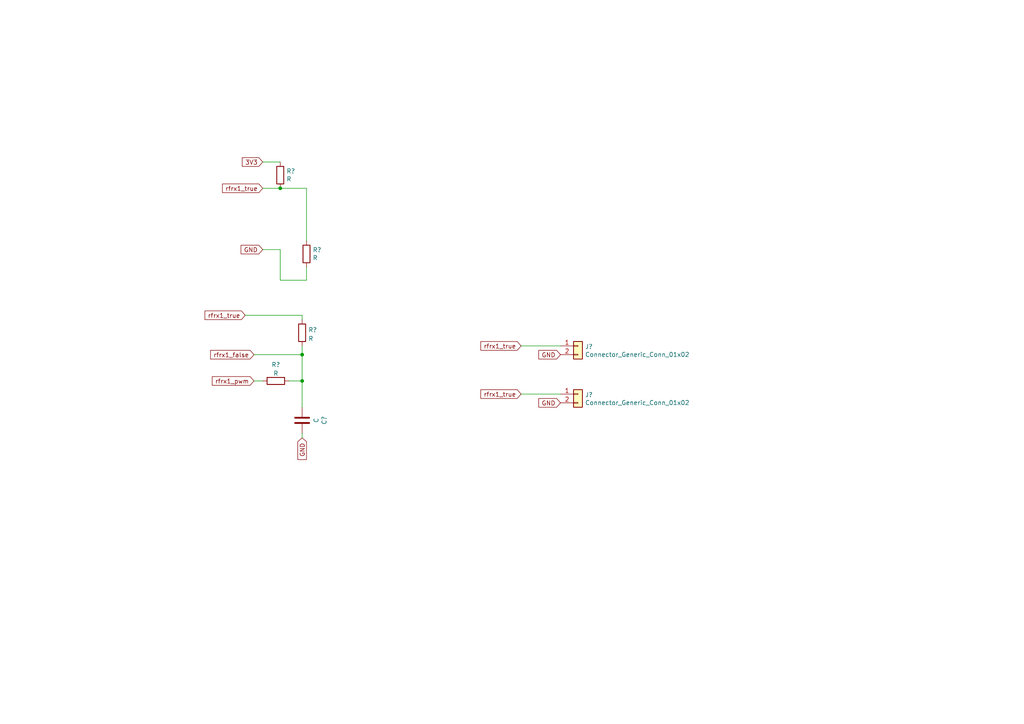
<source format=kicad_sch>
(kicad_sch (version 20211123) (generator eeschema)
  (paper "A4")
  (lib_symbols
    (symbol "Device:C" (pin_numbers hide) (pin_names (offset 0.254))
      (property "Reference" "C" (at 0.635 2.54 0))
      (property "Value" "C" (at 0.635 -2.54 0))
      (symbol "C_0_1"
        (polyline (pts (xy -2.032 -0.762) (xy 2.032 -0.762)) (stroke (width 0.508)))
        (polyline (pts (xy -2.032 0.762) (xy 2.032 0.762)) (stroke (width 0.508)))
      )
      (symbol "C_1_1"
        (pin passive line (at 0 3.81 270) (length 2.794) (name "~") (number "1"))
        (pin passive line (at 0 -3.81 90) (length 2.794) (name "~") (number "2"))
      )
    )
    (symbol "Device:R" (pin_numbers hide) (pin_names (offset 0))
      (property "Reference" "R" (at 2.032 0 90))
      (property "Value" "R" (at 0 0 90))
      (symbol "R_0_1"
        (rectangle (start -1.016 -2.54) (end 1.016 2.54) (stroke (width 0.254)))
      )
      (symbol "R_1_1"
        (pin passive line (at 0 3.81 270) (length 1.27) (name "~") (number "1"))
        (pin passive line (at 0 -3.81 90) (length 1.27) (name "~") (number "2"))
      )
    )
    (symbol "bgt:Connector_Generic_Conn_01x02" (pin_names (offset 1.016) hide)
      (property "Reference" "J" (at 0 2.54 0))
      (property "Value" "bgt_Connector_Generic_Conn_01x02" (at 0 -5.08 0))
      (symbol "Connector_Generic_Conn_01x02_1_1"
        (rectangle (start -1.27 -2.413) (end 0 -2.667) (stroke (width 0.1524)))
        (rectangle (start -1.27 0.127) (end 0 -0.127) (stroke (width 0.1524)))
        (rectangle (start -1.27 1.27) (end 1.27 -3.81) (stroke (width 0.254)) (fill (type background)))
        (pin passive line (at -5.08 0 0) (length 3.81) (name "Pin_1") (number "1"))
        (pin passive line (at -5.08 -2.54 0) (length 3.81) (name "Pin_2") (number "2"))
      )
    )
  )
  (junction (at 81.28 54.61))
  (junction (at 87.63 110.49))
  (junction (at 87.63 102.87))
  (wire (pts (xy 81.28 72.39) (xy 81.28 81.28)))
  (wire (pts (xy 81.28 54.61) (xy 88.9 54.61)))
  (wire (pts (xy 151.13 114.3) (xy 162.56 114.3)))
  (wire (pts (xy 87.63 110.49) (xy 87.63 118.11)))
  (wire (pts (xy 76.2 72.39) (xy 81.28 72.39)))
  (wire (pts (xy 87.63 125.73) (xy 87.63 127)))
  (wire (pts (xy 71.12 91.44) (xy 87.63 91.44)))
  (wire (pts (xy 81.28 81.28) (xy 88.9 81.28)))
  (wire (pts (xy 76.2 46.99) (xy 81.28 46.99)))
  (wire (pts (xy 87.63 100.33) (xy 87.63 102.87)))
  (wire (pts (xy 151.13 100.33) (xy 162.56 100.33)))
  (wire (pts (xy 87.63 102.87) (xy 87.63 110.49)))
  (wire (pts (xy 73.66 110.49) (xy 76.2 110.49)))
  (wire (pts (xy 73.66 102.87) (xy 87.63 102.87)))
  (wire (pts (xy 88.9 81.28) (xy 88.9 77.47)))
  (wire (pts (xy 87.63 91.44) (xy 87.63 92.71)))
  (wire (pts (xy 88.9 54.61) (xy 88.9 69.85)))
  (wire (pts (xy 76.2 54.61) (xy 81.28 54.61)))
  (wire (pts (xy 83.82 110.49) (xy 87.63 110.49)))
  (global_label "GND" (shape input) (at 162.56 116.84 180) (property "Intersheet References" "${INTERSHEET_REFS}" (effects hide)))
  (global_label "rfrx1_true" (shape input) (at 76.2 54.61 180) (property "Intersheet References" "${INTERSHEET_REFS}" (effects hide)))
  (global_label "GND" (shape input) (at 162.56 102.87 180) (property "Intersheet References" "${INTERSHEET_REFS}" (effects hide)))
  (global_label "rfrx1_false" (shape input) (at 73.66 102.87 180) (property "Intersheet References" "${INTERSHEET_REFS}" (effects hide)))
  (global_label "rfrx1_pwm" (shape input) (at 73.66 110.49 180) (property "Intersheet References" "${INTERSHEET_REFS}" (effects hide)))
  (global_label "GND" (shape input) (at 76.2 72.39 180) (property "Intersheet References" "${INTERSHEET_REFS}" (effects hide)))
  (global_label "rfrx1_true" (shape input) (at 71.12 91.44 180) (property "Intersheet References" "${INTERSHEET_REFS}" (effects hide)))
  (global_label "3V3" (shape input) (at 76.2 46.99 180) (property "Intersheet References" "${INTERSHEET_REFS}" (effects hide)))
  (global_label "GND" (shape input) (at 87.63 127 270) (property "Intersheet References" "${INTERSHEET_REFS}" (effects hide)))
  (global_label "rfrx1_true" (shape input) (at 151.13 114.3 180) (property "Intersheet References" "${INTERSHEET_REFS}" (effects hide)))
  (global_label "rfrx1_true" (shape input) (at 151.13 100.33 180) (property "Intersheet References" "${INTERSHEET_REFS}" (effects hide)))
  (symbol (lib_id "Device:R") (at 87.63 96.52 180) (unit 1)
    (property "Reference" "R?" (at 89.408 95.6853 0) (effects (justify right)))
    (property "Value" "R" (at 89.408 98.2222 0) (effects (justify right)))
    (property "Footprint" "Resistor_THT:R_Axial_DIN0207_L6.3mm_D2.5mm_P5.08mm_Vertical" (effects hide))
  )
  (symbol (lib_id "Device:C") (at 87.63 121.92 180) (unit 1)
    (property "Reference" "C?" (at 94.0308 121.92 90))
    (property "Value" "C" (at 91.7194 121.92 90))
    (property "Footprint" "Capacitor_THT:C_Axial_L3.8mm_D2.6mm_P7.50mm_Horizontal" (effects hide))
  )
  (symbol (lib_id "Device:R") (at 88.9 73.66 0) (unit 1)
    (property "Reference" "R?" (at 90.678 72.4916 0) (effects (justify left)))
    (property "Value" "R" (at 90.678 74.803 0) (effects (justify left)))
    (property "Footprint" "Resistor_THT:R_Axial_DIN0207_L6.3mm_D2.5mm_P5.08mm_Vertical" (effects hide))
  )
  (symbol (lib_id "bgt:Connector_Generic_Conn_01x02") (at 167.64 114.3 0) (unit 1)
    (property "Reference" "J?" (at 169.672 114.5032 0) (effects (justify left)))
    (property "Value" "Connector_Generic_Conn_01x02" (at 169.672 116.8146 0) (effects (justify left)))
    (property "Footprint" "Connector_PinHeader_2.54mm:PinHeader_1x02_P2.54mm_Vertical" (effects hide))
  )
  (symbol (lib_id "Device:R") (at 80.01 110.49 90) (unit 1)
    (property "Reference" "R?" (at 80.01 105.7742 90))
    (property "Value" "R" (at 80.01 108.3111 90))
    (property "Footprint" "Resistor_THT:R_Axial_DIN0207_L6.3mm_D2.5mm_P5.08mm_Vertical" (effects hide))
  )
  (symbol (lib_id "bgt:Connector_Generic_Conn_01x02") (at 167.64 100.33 0) (unit 1)
    (property "Reference" "J?" (at 169.672 100.5332 0) (effects (justify left)))
    (property "Value" "Connector_Generic_Conn_01x02" (at 169.672 102.8446 0) (effects (justify left)))
    (property "Footprint" "Connector_PinHeader_2.54mm:PinHeader_1x02_P2.54mm_Vertical" (effects hide))
  )
  (symbol (lib_id "Device:R") (at 81.28 50.8 0) (unit 1)
    (property "Reference" "R?" (at 83.058 49.6316 0) (effects (justify left)))
    (property "Value" "R" (at 83.058 51.943 0) (effects (justify left)))
    (property "Footprint" "Resistor_THT:R_Axial_DIN0207_L6.3mm_D2.5mm_P5.08mm_Vertical" (effects hide))
  )
)
</source>
